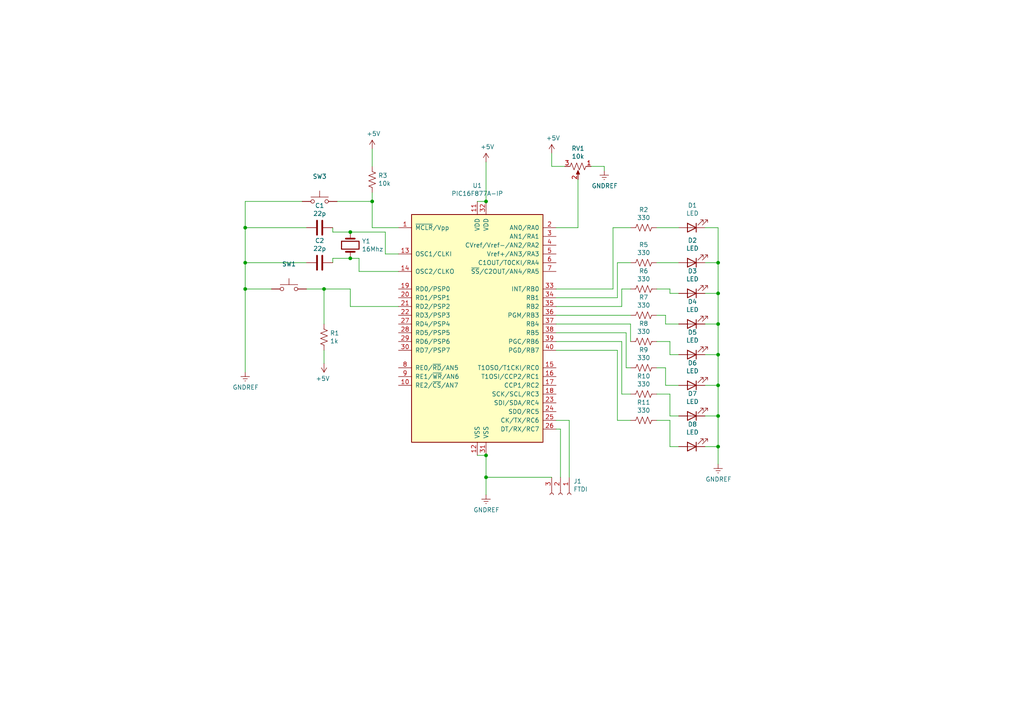
<source format=kicad_sch>
(kicad_sch (version 20211123) (generator eeschema)
  (paper "A4")
  (lib_symbols
    (symbol "Connector:Conn_01x03_Female" (pin_names (offset 1.016) hide)
      (property "Reference" "J" (at 0 5.08 0))
      (property "Value" "Conn_01x03_Female" (at 0 -5.08 0))
      (symbol "Conn_01x03_Female_1_1"
        (arc (start 0 -2.032) (mid -0.508 -2.54) (end 0 -3.048) (stroke (width 0.1524)))
        (polyline (pts (xy -1.27 -2.54) (xy -0.508 -2.54)) (stroke (width 0.1524)))
        (polyline (pts (xy -1.27 0) (xy -0.508 0)) (stroke (width 0.1524)))
        (polyline (pts (xy -1.27 2.54) (xy -0.508 2.54)) (stroke (width 0.1524)))
        (arc (start 0 0.508) (mid -0.508 0) (end 0 -0.508) (stroke (width 0.1524)))
        (arc (start 0 3.048) (mid -0.508 2.54) (end 0 2.032) (stroke (width 0.1524)))
        (pin passive line (at -5.08 2.54 0) (length 3.81) (name "Pin_1") (number "1"))
        (pin passive line (at -5.08 0 0) (length 3.81) (name "Pin_2") (number "2"))
        (pin passive line (at -5.08 -2.54 0) (length 3.81) (name "Pin_3") (number "3"))
      )
    )
    (symbol "Device:C" (pin_numbers hide) (pin_names (offset 0.254))
      (property "Reference" "C" (at 0.635 2.54 0))
      (property "Value" "C" (at 0.635 -2.54 0))
      (symbol "C_0_1"
        (polyline (pts (xy -2.032 -0.762) (xy 2.032 -0.762)) (stroke (width 0.508)))
        (polyline (pts (xy -2.032 0.762) (xy 2.032 0.762)) (stroke (width 0.508)))
      )
      (symbol "C_1_1"
        (pin passive line (at 0 3.81 270) (length 2.794) (name "~") (number "1"))
        (pin passive line (at 0 -3.81 90) (length 2.794) (name "~") (number "2"))
      )
    )
    (symbol "Device:Crystal" (pin_numbers hide) (pin_names (offset 1.016) hide)
      (property "Reference" "Y" (at 0 3.81 0))
      (property "Value" "Crystal" (at 0 -3.81 0))
      (symbol "Crystal_0_1"
        (rectangle (start -1.143 2.54) (end 1.143 -2.54) (stroke (width 0.3048)))
        (polyline (pts (xy -2.54 0) (xy -1.905 0)))
        (polyline (pts (xy -1.905 -1.27) (xy -1.905 1.27)) (stroke (width 0.508)))
        (polyline (pts (xy 1.905 -1.27) (xy 1.905 1.27)) (stroke (width 0.508)))
        (polyline (pts (xy 2.54 0) (xy 1.905 0)))
      )
      (symbol "Crystal_1_1"
        (pin passive line (at -3.81 0 0) (length 1.27) (name "1") (number "1"))
        (pin passive line (at 3.81 0 180) (length 1.27) (name "2") (number "2"))
      )
    )
    (symbol "Device:LED" (pin_numbers hide) (pin_names (offset 1.016) hide)
      (property "Reference" "D" (at 0 2.54 0))
      (property "Value" "LED" (at 0 -2.54 0))
      (symbol "LED_0_1"
        (polyline (pts (xy -1.27 -1.27) (xy -1.27 1.27)) (stroke (width 0.254)))
        (polyline (pts (xy -1.27 0) (xy 1.27 0)))
        (polyline (pts (xy 1.27 -1.27) (xy 1.27 1.27) (xy -1.27 0) (xy 1.27 -1.27)) (stroke (width 0.254)))
        (polyline (pts (xy -3.048 -0.762) (xy -4.572 -2.286) (xy -3.81 -2.286) (xy -4.572 -2.286) (xy -4.572 -1.524)))
        (polyline (pts (xy -1.778 -0.762) (xy -3.302 -2.286) (xy -2.54 -2.286) (xy -3.302 -2.286) (xy -3.302 -1.524)))
      )
      (symbol "LED_1_1"
        (pin passive line (at -3.81 0 0) (length 2.54) (name "K") (number "1"))
        (pin passive line (at 3.81 0 180) (length 2.54) (name "A") (number "2"))
      )
    )
    (symbol "Device:R_US" (pin_numbers hide) (pin_names (offset 0))
      (property "Reference" "R" (at 2.54 0 90))
      (property "Value" "R_US" (at -2.54 0 90))
      (symbol "R_US_0_1"
        (polyline (pts (xy 0 -2.286) (xy 0 -2.54)))
        (polyline (pts (xy 0 2.286) (xy 0 2.54)))
        (polyline (pts (xy 0 -0.762) (xy 1.016 -1.143) (xy 0 -1.524) (xy -1.016 -1.905) (xy 0 -2.286)))
        (polyline (pts (xy 0 0.762) (xy 1.016 0.381) (xy 0 0) (xy -1.016 -0.381) (xy 0 -0.762)))
        (polyline (pts (xy 0 2.286) (xy 1.016 1.905) (xy 0 1.524) (xy -1.016 1.143) (xy 0 0.762)))
      )
      (symbol "R_US_1_1"
        (pin passive line (at 0 3.81 270) (length 1.27) (name "~") (number "1"))
        (pin passive line (at 0 -3.81 90) (length 1.27) (name "~") (number "2"))
      )
    )
    (symbol "MCU_Microchip_PIC16:PIC16F877A-IP" (pin_names (offset 1.016))
      (property "Reference" "U" (at 5.08 35.56 0))
      (property "Value" "PIC16F877A-IP" (at 5.08 33.02 0))
      (symbol "PIC16F877A-IP_0_1"
        (rectangle (start -19.05 31.75) (end 19.05 -34.29) (stroke (width 0.254)) (fill (type background)))
      )
      (symbol "PIC16F877A-IP_1_1"
        (pin input line (at -22.86 27.94 0) (length 3.81) (name "~{MCLR}/Vpp") (number "1"))
        (pin bidirectional line (at -22.86 -17.78 0) (length 3.81) (name "RE2/~{CS}/AN7") (number "10"))
        (pin power_in line (at 0 35.56 270) (length 3.81) (name "VDD") (number "11"))
        (pin power_in line (at 0 -38.1 90) (length 3.81) (name "VSS") (number "12"))
        (pin input line (at -22.86 20.32 0) (length 3.81) (name "OSC1/CLKI") (number "13"))
        (pin output line (at -22.86 15.24 0) (length 3.81) (name "OSC2/CLKO") (number "14"))
        (pin bidirectional line (at 22.86 -12.7 180) (length 3.81) (name "T1OSO/T1CKI/RC0") (number "15"))
        (pin bidirectional line (at 22.86 -15.24 180) (length 3.81) (name "T1OSI/CCP2/RC1") (number "16"))
        (pin bidirectional line (at 22.86 -17.78 180) (length 3.81) (name "CCP1/RC2") (number "17"))
        (pin bidirectional line (at 22.86 -20.32 180) (length 3.81) (name "SCK/SCL/RC3") (number "18"))
        (pin bidirectional line (at -22.86 10.16 0) (length 3.81) (name "RD0/PSP0") (number "19"))
        (pin bidirectional line (at 22.86 27.94 180) (length 3.81) (name "AN0/RA0") (number "2"))
        (pin bidirectional line (at -22.86 7.62 0) (length 3.81) (name "RD1/PSP1") (number "20"))
        (pin bidirectional line (at -22.86 5.08 0) (length 3.81) (name "RD2/PSP2") (number "21"))
        (pin bidirectional line (at -22.86 2.54 0) (length 3.81) (name "RD3/PSP3") (number "22"))
        (pin bidirectional line (at 22.86 -22.86 180) (length 3.81) (name "SDI/SDA/RC4") (number "23"))
        (pin bidirectional line (at 22.86 -25.4 180) (length 3.81) (name "SDO/RC5") (number "24"))
        (pin bidirectional line (at 22.86 -27.94 180) (length 3.81) (name "CK/TX/RC6") (number "25"))
        (pin bidirectional line (at 22.86 -30.48 180) (length 3.81) (name "DT/RX/RC7") (number "26"))
        (pin bidirectional line (at -22.86 0 0) (length 3.81) (name "RD4/PSP4") (number "27"))
        (pin bidirectional line (at -22.86 -2.54 0) (length 3.81) (name "RD5/PSP5") (number "28"))
        (pin bidirectional line (at -22.86 -5.08 0) (length 3.81) (name "RD6/PSP6") (number "29"))
        (pin bidirectional line (at 22.86 25.4 180) (length 3.81) (name "AN1/RA1") (number "3"))
        (pin bidirectional line (at -22.86 -7.62 0) (length 3.81) (name "RD7/PSP7") (number "30"))
        (pin power_in line (at 2.54 -38.1 90) (length 3.81) (name "VSS") (number "31"))
        (pin power_in line (at 2.54 35.56 270) (length 3.81) (name "VDD") (number "32"))
        (pin bidirectional line (at 22.86 10.16 180) (length 3.81) (name "INT/RB0") (number "33"))
        (pin bidirectional line (at 22.86 7.62 180) (length 3.81) (name "RB1") (number "34"))
        (pin bidirectional line (at 22.86 5.08 180) (length 3.81) (name "RB2") (number "35"))
        (pin bidirectional line (at 22.86 2.54 180) (length 3.81) (name "PGM/RB3") (number "36"))
        (pin bidirectional line (at 22.86 0 180) (length 3.81) (name "RB4") (number "37"))
        (pin bidirectional line (at 22.86 -2.54 180) (length 3.81) (name "RB5") (number "38"))
        (pin bidirectional line (at 22.86 -5.08 180) (length 3.81) (name "PGC/RB6") (number "39"))
        (pin bidirectional line (at 22.86 22.86 180) (length 3.81) (name "CVref/Vref-/AN2/RA2") (number "4"))
        (pin bidirectional line (at 22.86 -7.62 180) (length 3.81) (name "PGD/RB7") (number "40"))
        (pin bidirectional line (at 22.86 20.32 180) (length 3.81) (name "Vref+/AN3/RA3") (number "5"))
        (pin bidirectional line (at 22.86 17.78 180) (length 3.81) (name "C1OUT/T0CKI/RA4") (number "6"))
        (pin bidirectional line (at 22.86 15.24 180) (length 3.81) (name "~{SS}/C2OUT/AN4/RA5") (number "7"))
        (pin bidirectional line (at -22.86 -12.7 0) (length 3.81) (name "RE0/~{RD}/AN5") (number "8"))
        (pin bidirectional line (at -22.86 -15.24 0) (length 3.81) (name "RE1/~{WR}/AN6") (number "9"))
      )
    )
    (symbol "Switch:SW_MEC_5G" (pin_numbers hide) (pin_names (offset 1.016) hide)
      (property "Reference" "SW" (at 1.27 2.54 0))
      (property "Value" "SW_MEC_5G" (at 0 -1.524 0))
      (symbol "SW_MEC_5G_0_1"
        (circle (center -2.032 0) (radius 0.508))
        (polyline (pts (xy 0 1.27) (xy 0 3.048)))
        (polyline (pts (xy 2.54 1.27) (xy -2.54 1.27)))
        (circle (center 2.032 0) (radius 0.508))
        (pin passive line (at -5.08 0 0) (length 2.54) (name "A") (number "1"))
        (pin passive line (at 5.08 0 180) (length 2.54) (name "B") (number "3"))
      )
      (symbol "SW_MEC_5G_1_1"
        (pin passive line (at -5.08 0 0) (length 2.54) hide (name "A") (number "2"))
        (pin passive line (at 5.08 0 180) (length 2.54) hide (name "B") (number "4"))
      )
    )
    (symbol "adc-rescue:R_POT_US-Device" (pin_names (offset 1.016) hide)
      (property "Reference" "RV" (at -4.445 0 90))
      (property "Value" "R_POT_US-Device" (at -2.54 0 90))
      (symbol "R_POT_US-Device_0_1"
        (polyline (pts (xy 0 -2.286) (xy 0 -2.54)))
        (polyline (pts (xy 0 2.54) (xy 0 2.286)))
        (polyline (pts (xy 2.54 0) (xy 1.524 0)))
        (polyline (pts (xy 1.143 0) (xy 2.286 0.508) (xy 2.286 -0.508) (xy 1.143 0)) (fill (type outline)))
        (polyline (pts (xy 0 -0.762) (xy 1.016 -1.143) (xy 0 -1.524) (xy -1.016 -1.905) (xy 0 -2.286)))
        (polyline (pts (xy 0 0.762) (xy 1.016 0.381) (xy 0 0) (xy -1.016 -0.381) (xy 0 -0.762)))
        (polyline (pts (xy 0 2.286) (xy 1.016 1.905) (xy 0 1.524) (xy -1.016 1.143) (xy 0 0.762)))
      )
      (symbol "R_POT_US-Device_1_1"
        (pin passive line (at 0 3.81 270) (length 1.27) (name "1") (number "1"))
        (pin passive line (at 3.81 0 180) (length 1.27) (name "2") (number "2"))
        (pin passive line (at 0 -3.81 90) (length 1.27) (name "3") (number "3"))
      )
    )
    (symbol "power:+5V" (power) (pin_names (offset 0))
      (property "Value" "+5V" (at 0 3.556 0))
      (symbol "+5V_0_1"
        (polyline (pts (xy -0.762 1.27) (xy 0 2.54)))
        (polyline (pts (xy 0 0) (xy 0 2.54)))
        (polyline (pts (xy 0 2.54) (xy 0.762 1.27)))
      )
      (symbol "+5V_1_1"
        (pin power_in line (at 0 0 90) (length 0) hide (name "+5V") (number "1"))
      )
    )
    (symbol "power:GNDREF" (power) (pin_names (offset 0))
      (property "Value" "GNDREF" (at 0 -3.81 0))
      (symbol "GNDREF_0_1"
        (polyline (pts (xy -0.635 -1.905) (xy 0.635 -1.905)))
        (polyline (pts (xy -0.127 -2.54) (xy 0.127 -2.54)))
        (polyline (pts (xy 0 -1.27) (xy 0 0)))
        (polyline (pts (xy 1.27 -1.27) (xy -1.27 -1.27)))
      )
      (symbol "GNDREF_1_1"
        (pin power_in line (at 0 0 270) (length 0) hide (name "GNDREF") (number "1"))
      )
    )
  )
  (junction (at 107.95 58.42))
  (junction (at 140.97 132.08))
  (junction (at 140.97 58.42))
  (junction (at 101.6 74.93))
  (junction (at 101.6 67.31))
  (junction (at 208.28 129.54))
  (junction (at 208.28 76.2))
  (junction (at 208.28 111.76))
  (junction (at 208.28 93.98))
  (junction (at 93.98 83.82))
  (junction (at 71.12 76.2))
  (junction (at 208.28 120.65))
  (junction (at 208.28 85.09))
  (junction (at 208.28 102.87))
  (junction (at 71.12 83.82))
  (junction (at 140.97 138.43))
  (junction (at 71.12 66.04))
  (wire (pts (xy 179.07 76.2) (xy 182.88 76.2)))
  (wire (pts (xy 193.04 93.98) (xy 196.85 93.98)))
  (wire (pts (xy 204.47 102.87) (xy 208.28 102.87)))
  (wire (pts (xy 161.29 83.82) (xy 177.8 83.82)))
  (wire (pts (xy 160.02 48.26) (xy 160.02 44.45)))
  (wire (pts (xy 88.9 83.82) (xy 93.98 83.82)))
  (wire (pts (xy 140.97 132.08) (xy 140.97 138.43)))
  (wire (pts (xy 87.63 58.42) (xy 71.12 58.42)))
  (wire (pts (xy 208.28 93.98) (xy 208.28 102.87)))
  (wire (pts (xy 163.83 48.26) (xy 160.02 48.26)))
  (wire (pts (xy 107.95 66.04) (xy 115.57 66.04)))
  (wire (pts (xy 93.98 93.98) (xy 93.98 83.82)))
  (wire (pts (xy 111.76 73.66) (xy 111.76 67.31)))
  (wire (pts (xy 194.31 85.09) (xy 196.85 85.09)))
  (wire (pts (xy 160.02 138.43) (xy 140.97 138.43)))
  (wire (pts (xy 180.34 114.3) (xy 182.88 114.3)))
  (wire (pts (xy 107.95 58.42) (xy 107.95 66.04)))
  (wire (pts (xy 101.6 74.93) (xy 96.52 74.93)))
  (wire (pts (xy 107.95 55.88) (xy 107.95 58.42)))
  (wire (pts (xy 167.64 66.04) (xy 167.64 52.07)))
  (wire (pts (xy 190.5 114.3) (xy 194.31 114.3)))
  (wire (pts (xy 208.28 85.09) (xy 208.28 93.98)))
  (wire (pts (xy 194.31 121.92) (xy 194.31 129.54)))
  (wire (pts (xy 101.6 83.82) (xy 101.6 88.9)))
  (wire (pts (xy 193.04 111.76) (xy 196.85 111.76)))
  (wire (pts (xy 181.61 106.68) (xy 182.88 106.68)))
  (wire (pts (xy 208.28 66.04) (xy 208.28 76.2)))
  (wire (pts (xy 161.29 99.06) (xy 180.34 99.06)))
  (wire (pts (xy 194.31 83.82) (xy 194.31 85.09)))
  (wire (pts (xy 96.52 67.31) (xy 96.52 66.04)))
  (wire (pts (xy 138.43 132.08) (xy 140.97 132.08)))
  (wire (pts (xy 161.29 101.6) (xy 179.07 101.6)))
  (wire (pts (xy 180.34 88.9) (xy 180.34 83.82)))
  (wire (pts (xy 179.07 101.6) (xy 179.07 121.92)))
  (wire (pts (xy 71.12 76.2) (xy 71.12 83.82)))
  (wire (pts (xy 175.26 48.26) (xy 175.26 49.53)))
  (wire (pts (xy 204.47 129.54) (xy 208.28 129.54)))
  (wire (pts (xy 190.5 91.44) (xy 193.04 91.44)))
  (wire (pts (xy 88.9 66.04) (xy 71.12 66.04)))
  (wire (pts (xy 208.28 102.87) (xy 208.28 111.76)))
  (wire (pts (xy 204.47 85.09) (xy 208.28 85.09)))
  (wire (pts (xy 208.28 129.54) (xy 208.28 134.62)))
  (wire (pts (xy 104.14 74.93) (xy 101.6 74.93)))
  (wire (pts (xy 111.76 67.31) (xy 101.6 67.31)))
  (wire (pts (xy 190.5 99.06) (xy 194.31 99.06)))
  (wire (pts (xy 179.07 121.92) (xy 182.88 121.92)))
  (wire (pts (xy 140.97 46.99) (xy 140.97 58.42)))
  (wire (pts (xy 161.29 66.04) (xy 167.64 66.04)))
  (wire (pts (xy 194.31 99.06) (xy 194.31 102.87)))
  (wire (pts (xy 208.28 76.2) (xy 208.28 85.09)))
  (wire (pts (xy 162.56 124.46) (xy 161.29 124.46)))
  (wire (pts (xy 204.47 111.76) (xy 208.28 111.76)))
  (wire (pts (xy 190.5 83.82) (xy 194.31 83.82)))
  (wire (pts (xy 161.29 86.36) (xy 179.07 86.36)))
  (wire (pts (xy 208.28 120.65) (xy 208.28 129.54)))
  (wire (pts (xy 204.47 76.2) (xy 208.28 76.2)))
  (wire (pts (xy 190.5 76.2) (xy 196.85 76.2)))
  (wire (pts (xy 190.5 66.04) (xy 196.85 66.04)))
  (wire (pts (xy 194.31 114.3) (xy 194.31 120.65)))
  (wire (pts (xy 161.29 96.52) (xy 181.61 96.52)))
  (wire (pts (xy 165.1 121.92) (xy 165.1 138.43)))
  (wire (pts (xy 140.97 138.43) (xy 140.97 143.51)))
  (wire (pts (xy 96.52 74.93) (xy 96.52 76.2)))
  (wire (pts (xy 162.56 138.43) (xy 162.56 124.46)))
  (wire (pts (xy 161.29 93.98) (xy 182.88 93.98)))
  (wire (pts (xy 161.29 88.9) (xy 180.34 88.9)))
  (wire (pts (xy 101.6 67.31) (xy 96.52 67.31)))
  (wire (pts (xy 101.6 88.9) (xy 115.57 88.9)))
  (wire (pts (xy 138.43 58.42) (xy 140.97 58.42)))
  (wire (pts (xy 115.57 73.66) (xy 111.76 73.66)))
  (wire (pts (xy 204.47 93.98) (xy 208.28 93.98)))
  (wire (pts (xy 179.07 86.36) (xy 179.07 76.2)))
  (wire (pts (xy 177.8 66.04) (xy 182.88 66.04)))
  (wire (pts (xy 180.34 99.06) (xy 180.34 114.3)))
  (wire (pts (xy 204.47 120.65) (xy 208.28 120.65)))
  (wire (pts (xy 190.5 121.92) (xy 194.31 121.92)))
  (wire (pts (xy 93.98 101.6) (xy 93.98 105.41)))
  (wire (pts (xy 194.31 120.65) (xy 196.85 120.65)))
  (wire (pts (xy 88.9 76.2) (xy 71.12 76.2)))
  (wire (pts (xy 193.04 91.44) (xy 193.04 93.98)))
  (wire (pts (xy 161.29 91.44) (xy 182.88 91.44)))
  (wire (pts (xy 97.79 58.42) (xy 107.95 58.42)))
  (wire (pts (xy 171.45 48.26) (xy 175.26 48.26)))
  (wire (pts (xy 71.12 66.04) (xy 71.12 76.2)))
  (wire (pts (xy 93.98 83.82) (xy 101.6 83.82)))
  (wire (pts (xy 208.28 111.76) (xy 208.28 120.65)))
  (wire (pts (xy 204.47 66.04) (xy 208.28 66.04)))
  (wire (pts (xy 161.29 121.92) (xy 165.1 121.92)))
  (wire (pts (xy 193.04 106.68) (xy 193.04 111.76)))
  (wire (pts (xy 115.57 78.74) (xy 104.14 78.74)))
  (wire (pts (xy 181.61 96.52) (xy 181.61 106.68)))
  (wire (pts (xy 104.14 78.74) (xy 104.14 74.93)))
  (wire (pts (xy 180.34 83.82) (xy 182.88 83.82)))
  (wire (pts (xy 194.31 102.87) (xy 196.85 102.87)))
  (wire (pts (xy 71.12 83.82) (xy 71.12 107.95)))
  (wire (pts (xy 71.12 58.42) (xy 71.12 66.04)))
  (wire (pts (xy 107.95 43.18) (xy 107.95 48.26)))
  (wire (pts (xy 190.5 106.68) (xy 193.04 106.68)))
  (wire (pts (xy 71.12 83.82) (xy 78.74 83.82)))
  (wire (pts (xy 182.88 93.98) (xy 182.88 99.06)))
  (wire (pts (xy 194.31 129.54) (xy 196.85 129.54)))
  (wire (pts (xy 177.8 83.82) (xy 177.8 66.04)))
  (symbol (lib_id "MCU_Microchip_PIC16:PIC16F877A-IP") (at 138.43 93.98 0) (unit 1)
    (property "Reference" "U1" (at 138.43 53.8226 0))
    (property "Value" "PIC16F877A-IP" (at 138.43 56.134 0))
    (property "Datasheet" "http://ww1.microchip.com/downloads/en/DeviceDoc/39582b.pdf" (effects hide))
  )
  (symbol (lib_id "Device:R_US") (at 107.95 52.07 0) (unit 1)
    (property "Reference" "R3" (at 109.6772 50.9016 0) (effects (justify left)))
    (property "Value" "10k" (at 109.6772 53.213 0) (effects (justify left)))
  )
  (symbol (lib_id "power:GNDREF") (at 208.28 134.62 0) (unit 1)
    (property "Reference" "#PWR06" (effects hide))
    (property "Value" "GNDREF" (at 208.407 139.0142 0))
  )
  (symbol (lib_id "Switch:SW_MEC_5G") (at 92.71 58.42 0) (unit 1)
    (property "Reference" "SW3" (at 92.71 51.181 0))
    (property "Value" "SW_MEC_5G" (effects hide))
    (property "Datasheet" "http://www.apem.com/int/index.php?controller=attachment&id_attachment=488" (effects hide))
  )
  (symbol (lib_id "Switch:SW_MEC_5G") (at 83.82 83.82 0) (unit 1)
    (property "Reference" "SW1" (at 83.82 76.581 0))
    (property "Value" "SW_MEC_5G" (effects hide))
    (property "Datasheet" "http://www.apem.com/int/index.php?controller=attachment&id_attachment=488" (effects hide))
  )
  (symbol (lib_id "Device:R_US") (at 186.69 76.2 270) (unit 1)
    (property "Reference" "R5" (at 186.69 70.993 90))
    (property "Value" "330" (at 186.69 73.3044 90))
  )
  (symbol (lib_id "Device:R_US") (at 186.69 83.82 270) (unit 1)
    (property "Reference" "R6" (at 186.69 78.613 90))
    (property "Value" "330" (at 186.69 80.9244 90))
  )
  (symbol (lib_id "Device:R_US") (at 186.69 91.44 270) (unit 1)
    (property "Reference" "R7" (at 186.69 86.233 90))
    (property "Value" "330" (at 186.69 88.5444 90))
  )
  (symbol (lib_id "Device:R_US") (at 186.69 99.06 270) (unit 1)
    (property "Reference" "R8" (at 186.69 93.853 90))
    (property "Value" "330" (at 186.69 96.1644 90))
  )
  (symbol (lib_id "Device:R_US") (at 186.69 106.68 270) (unit 1)
    (property "Reference" "R9" (at 186.69 101.473 90))
    (property "Value" "330" (at 186.69 103.7844 90))
  )
  (symbol (lib_id "Device:R_US") (at 186.69 114.3 270) (unit 1)
    (property "Reference" "R10" (at 186.69 109.093 90))
    (property "Value" "330" (at 186.69 111.4044 90))
  )
  (symbol (lib_id "Device:R_US") (at 186.69 121.92 270) (unit 1)
    (property "Reference" "R11" (at 186.69 116.713 90))
    (property "Value" "330" (at 186.69 119.0244 90))
  )
  (symbol (lib_id "Device:LED") (at 200.66 76.2 180) (unit 1)
    (property "Reference" "D2" (at 200.8378 69.723 0))
    (property "Value" "LED" (at 200.8378 72.0344 0))
  )
  (symbol (lib_id "Device:LED") (at 200.66 85.09 180) (unit 1)
    (property "Reference" "D3" (at 200.8378 78.613 0))
    (property "Value" "LED" (at 200.8378 80.9244 0))
  )
  (symbol (lib_id "Device:LED") (at 200.66 93.98 180) (unit 1)
    (property "Reference" "D4" (at 200.8378 87.503 0))
    (property "Value" "LED" (at 200.8378 89.8144 0))
  )
  (symbol (lib_id "Device:LED") (at 200.66 102.87 180) (unit 1)
    (property "Reference" "D5" (at 200.8378 96.393 0))
    (property "Value" "LED" (at 200.8378 98.7044 0))
  )
  (symbol (lib_id "Device:LED") (at 200.66 111.76 180) (unit 1)
    (property "Reference" "D6" (at 200.8378 105.283 0))
    (property "Value" "LED" (at 200.8378 107.5944 0))
  )
  (symbol (lib_id "Device:LED") (at 200.66 120.65 180) (unit 1)
    (property "Reference" "D7" (at 200.8378 114.173 0))
    (property "Value" "LED" (at 200.8378 116.4844 0))
  )
  (symbol (lib_id "Device:LED") (at 200.66 129.54 180) (unit 1)
    (property "Reference" "D8" (at 200.8378 123.063 0))
    (property "Value" "LED" (at 200.8378 125.3744 0))
  )
  (symbol (lib_id "power:+5V") (at 107.95 43.18 0) (unit 1)
    (property "Reference" "#PWR02" (effects hide))
    (property "Value" "+5V" (at 108.331 38.7858 0))
  )
  (symbol (lib_id "power:+5V") (at 140.97 46.99 0) (unit 1)
    (property "Reference" "#PWR03" (effects hide))
    (property "Value" "+5V" (at 141.351 42.5958 0))
  )
  (symbol (lib_id "power:GNDREF") (at 140.97 143.51 0) (unit 1)
    (property "Reference" "#PWR04" (effects hide))
    (property "Value" "GNDREF" (at 141.097 147.9042 0))
  )
  (symbol (lib_id "power:GNDREF") (at 71.12 107.95 0) (unit 1)
    (property "Reference" "#PWR01" (effects hide))
    (property "Value" "GNDREF" (at 71.247 112.3442 0))
  )
  (symbol (lib_id "Device:R_US") (at 93.98 97.79 0) (unit 1)
    (property "Reference" "R1" (at 95.7072 96.6216 0) (effects (justify left)))
    (property "Value" "1k" (at 95.7072 98.933 0) (effects (justify left)))
  )
  (symbol (lib_id "Device:Crystal") (at 101.6 71.12 270) (unit 1)
    (property "Reference" "Y1" (at 104.9274 69.9516 90) (effects (justify left)))
    (property "Value" "16Mhz" (at 104.9274 72.263 90) (effects (justify left)))
  )
  (symbol (lib_id "Device:C") (at 92.71 66.04 270) (unit 1)
    (property "Reference" "C1" (at 92.71 59.6392 90))
    (property "Value" "22p" (at 92.71 61.9506 90))
  )
  (symbol (lib_id "Device:C") (at 92.71 76.2 270) (unit 1)
    (property "Reference" "C2" (at 92.71 69.7992 90))
    (property "Value" "22p" (at 92.71 72.1106 90))
  )
  (symbol (lib_id "power:+5V") (at 93.98 105.41 180) (unit 1)
    (property "Reference" "#PWR05" (effects hide))
    (property "Value" "+5V" (at 93.599 109.8042 0))
  )
  (symbol (lib_id "Connector:Conn_01x03_Female") (at 162.56 143.51 270) (unit 1)
    (property "Reference" "J1" (at 166.3192 139.5984 90) (effects (justify left)))
    (property "Value" "FTDI" (at 166.3192 141.9098 90) (effects (justify left)))
  )
  (symbol (lib_id "adc-rescue:R_POT_US-Device") (at 167.64 48.26 270) (unit 1)
    (property "Reference" "RV1" (at 167.64 43.053 90))
    (property "Value" "10k" (at 167.64 45.3644 90))
  )
  (symbol (lib_id "power:+5V") (at 160.02 44.45 0) (unit 1)
    (property "Reference" "#PWR07" (effects hide))
    (property "Value" "+5V" (at 160.401 40.0558 0))
  )
  (symbol (lib_id "power:GNDREF") (at 175.26 49.53 0) (unit 1)
    (property "Reference" "#PWR08" (effects hide))
    (property "Value" "GNDREF" (at 175.387 53.9242 0))
  )
  (symbol (lib_id "Device:LED") (at 200.66 66.04 180) (unit 1)
    (property "Reference" "D1" (at 200.8378 59.563 0))
    (property "Value" "LED" (at 200.8378 61.8744 0))
  )
  (symbol (lib_id "Device:R_US") (at 186.69 66.04 270) (unit 1)
    (property "Reference" "R2" (at 186.69 60.833 90))
    (property "Value" "330" (at 186.69 63.1444 90))
  )
)
</source>
